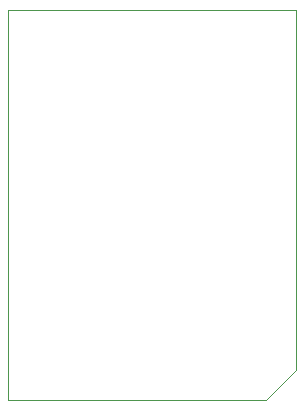
<source format=gbr>
G04 #@! TF.GenerationSoftware,KiCad,Pcbnew,(5.1.5)-3*
G04 #@! TF.CreationDate,2022-01-02T05:02:30+03:00*
G04 #@! TF.ProjectId,Test,54657374-2e6b-4696-9361-645f70636258,rev?*
G04 #@! TF.SameCoordinates,Original*
G04 #@! TF.FileFunction,Profile,NP*
%FSLAX46Y46*%
G04 Gerber Fmt 4.6, Leading zero omitted, Abs format (unit mm)*
G04 Created by KiCad (PCBNEW (5.1.5)-3) date 2022-01-02 05:02:30*
%MOMM*%
%LPD*%
G04 APERTURE LIST*
%ADD10C,0.050000*%
G04 APERTURE END LIST*
D10*
X42672000Y-92456000D02*
X45212000Y-89916000D01*
X42672000Y-92456000D02*
X20828000Y-92456000D01*
X45212000Y-59436000D02*
X45212000Y-89916000D01*
X20828000Y-59436000D02*
X45212000Y-59436000D01*
X20828000Y-92456000D02*
X20828000Y-59436000D01*
M02*

</source>
